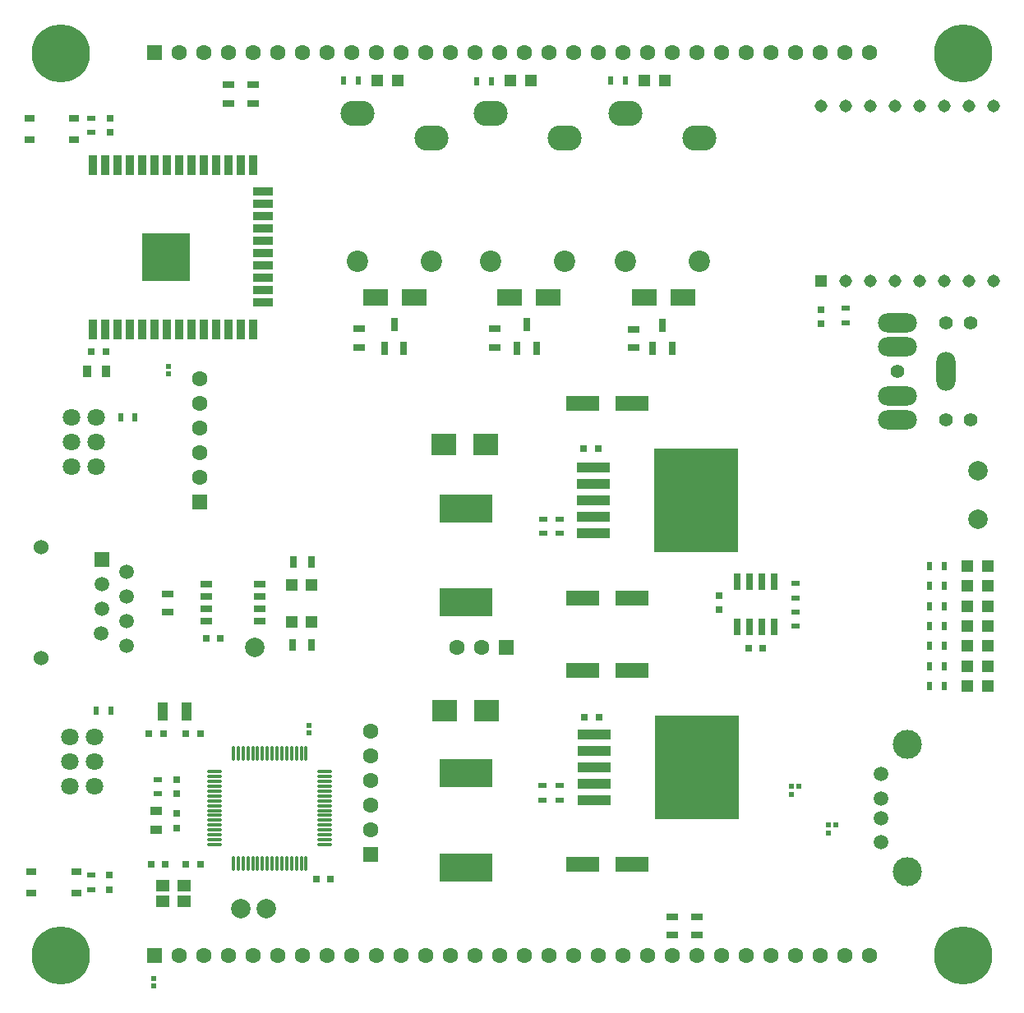
<source format=gbr>
%TF.GenerationSoftware,Altium Limited,Altium Designer,21.8.1 (53)*%
G04 Layer_Color=255*
%FSLAX45Y45*%
%MOMM*%
%TF.SameCoordinates,BA403207-4E74-424F-88DB-B819054AD5B4*%
%TF.FilePolarity,Positive*%
%TF.FileFunction,Pads,Top*%
%TF.Part,Single*%
G01*
G75*
%TA.AperFunction,SMDPad,CuDef*%
%ADD10R,3.50000X1.60000*%
%ADD11R,0.80000X0.80000*%
%ADD12R,0.72000X1.78000*%
%ADD13R,0.90000X0.60000*%
%ADD14R,0.60000X0.60000*%
G04:AMPARAMS|DCode=15|XSize=1.47mm|YSize=0.28mm|CornerRadius=0.035mm|HoleSize=0mm|Usage=FLASHONLY|Rotation=90.000|XOffset=0mm|YOffset=0mm|HoleType=Round|Shape=RoundedRectangle|*
%AMROUNDEDRECTD15*
21,1,1.47000,0.21000,0,0,90.0*
21,1,1.40000,0.28000,0,0,90.0*
1,1,0.07000,0.10500,0.70000*
1,1,0.07000,0.10500,-0.70000*
1,1,0.07000,-0.10500,-0.70000*
1,1,0.07000,-0.10500,0.70000*
%
%ADD15ROUNDEDRECTD15*%
G04:AMPARAMS|DCode=16|XSize=1.47mm|YSize=0.28mm|CornerRadius=0.035mm|HoleSize=0mm|Usage=FLASHONLY|Rotation=0.000|XOffset=0mm|YOffset=0mm|HoleType=Round|Shape=RoundedRectangle|*
%AMROUNDEDRECTD16*
21,1,1.47000,0.21000,0,0,0.0*
21,1,1.40000,0.28000,0,0,0.0*
1,1,0.07000,0.70000,-0.10500*
1,1,0.07000,-0.70000,-0.10500*
1,1,0.07000,-0.70000,0.10500*
1,1,0.07000,0.70000,0.10500*
%
%ADD16ROUNDEDRECTD16*%
%ADD17R,0.90000X2.00000*%
%ADD18R,2.00000X0.90000*%
%ADD19R,5.00000X5.00000*%
%ADD20R,1.30000X0.70000*%
%ADD21R,0.60000X0.60000*%
%ADD22R,0.80000X0.80000*%
%ADD23R,0.90000X0.50000*%
%ADD24R,2.50000X2.30000*%
%ADD25R,5.40000X2.90000*%
%ADD26R,8.60000X10.70000*%
%ADD27R,3.40000X1.00000*%
%ADD28R,0.70000X1.30000*%
%ADD29R,1.20000X1.20000*%
%ADD30R,1.20000X0.80000*%
%ADD31R,0.60000X0.90000*%
%TA.AperFunction,ConnectorPad*%
%ADD32R,0.60000X0.90000*%
%TA.AperFunction,SMDPad,CuDef*%
%ADD33R,2.50000X1.80000*%
%ADD34R,0.50000X0.90000*%
%ADD35R,0.80000X1.40000*%
%ADD36R,1.00000X0.70000*%
%ADD37R,1.40000X1.20000*%
%ADD38R,1.30000X0.90000*%
%ADD39R,1.10000X1.90000*%
%ADD40R,0.90000X1.30000*%
%TA.AperFunction,ViaPad*%
%ADD53C,6.00000*%
%TA.AperFunction,ComponentPad*%
%ADD54C,1.60000*%
%ADD55R,1.60000X1.60000*%
%ADD56C,2.00000*%
%ADD57R,1.60000X1.60000*%
%ADD58C,1.52400*%
%ADD59C,1.50000*%
%ADD60R,1.50000X1.50000*%
%ADD61O,3.50000X2.60000*%
%ADD62C,2.20000*%
%ADD63C,3.00000*%
%ADD64C,1.80000*%
%ADD65R,1.30800X1.30800*%
%ADD66C,1.30800*%
%ADD67O,2.00000X4.00000*%
%ADD68O,4.00000X2.00000*%
%ADD69C,1.40000*%
D10*
X5380189Y-5615922D02*
D03*
X5888189D02*
D03*
X5890133Y-6356502D02*
D03*
X5382133D02*
D03*
X5380189Y-3605922D02*
D03*
X5888189D02*
D03*
X5382133Y-8356502D02*
D03*
X5890133D02*
D03*
D11*
X2781716Y-8512099D02*
D03*
X2631716D02*
D03*
X7087364Y-6128094D02*
D03*
X7237364D02*
D03*
X5540189Y-4075922D02*
D03*
X5390189D02*
D03*
X5395133Y-6839002D02*
D03*
X5545133D02*
D03*
X1649211Y-6027013D02*
D03*
X1499211D02*
D03*
X1081843Y-8353884D02*
D03*
X931843D02*
D03*
X1291843D02*
D03*
X1441843D02*
D03*
X1291843Y-7013884D02*
D03*
X1441843D02*
D03*
X911843D02*
D03*
X1061843D02*
D03*
X317500Y-3075000D02*
D03*
X467500D02*
D03*
D12*
X7352901Y-5909292D02*
D03*
X7225901D02*
D03*
X7098901D02*
D03*
X6971901D02*
D03*
Y-5441292D02*
D03*
X7098901D02*
D03*
X7225901D02*
D03*
X7352901D02*
D03*
D13*
X7571939Y-5610583D02*
D03*
Y-5460583D02*
D03*
X7571536Y-5903947D02*
D03*
Y-5753947D02*
D03*
X1000000Y-7630000D02*
D03*
Y-7480000D02*
D03*
D14*
X2560886Y-7002574D02*
D03*
Y-6922574D02*
D03*
X1108000Y-3305000D02*
D03*
Y-3225000D02*
D03*
X7528516Y-7634371D02*
D03*
Y-7554371D02*
D03*
X961290Y-9529885D02*
D03*
Y-9609885D02*
D03*
X7909882Y-8032963D02*
D03*
Y-7952963D02*
D03*
D15*
X1780001Y-8344000D02*
D03*
X1830000D02*
D03*
X1880001D02*
D03*
X1930000D02*
D03*
X1980001D02*
D03*
X2030001D02*
D03*
X2080000D02*
D03*
X2130001D02*
D03*
X2180000D02*
D03*
X2230001D02*
D03*
X2280001D02*
D03*
X2330000D02*
D03*
X2380001D02*
D03*
X2430000D02*
D03*
X2480001D02*
D03*
X2530001D02*
D03*
Y-7210000D02*
D03*
X2480001D02*
D03*
X2430000D02*
D03*
X2380001D02*
D03*
X2330000D02*
D03*
X2280001D02*
D03*
X2230001D02*
D03*
X2180000D02*
D03*
X2130001D02*
D03*
X2080000D02*
D03*
X2030001D02*
D03*
X1980001D02*
D03*
X1930000D02*
D03*
X1880001D02*
D03*
X1830000D02*
D03*
X1780001D02*
D03*
D16*
X1588001Y-7402000D02*
D03*
Y-7452000D02*
D03*
Y-7502000D02*
D03*
Y-7552000D02*
D03*
Y-7602000D02*
D03*
Y-7652000D02*
D03*
Y-7702000D02*
D03*
Y-7752000D02*
D03*
Y-7802000D02*
D03*
Y-7852000D02*
D03*
Y-7902000D02*
D03*
Y-7952000D02*
D03*
Y-8002000D02*
D03*
Y-8052000D02*
D03*
Y-8102000D02*
D03*
Y-8152000D02*
D03*
X2722000D02*
D03*
Y-8102000D02*
D03*
Y-8052000D02*
D03*
Y-8002000D02*
D03*
Y-7952000D02*
D03*
Y-7902000D02*
D03*
Y-7852000D02*
D03*
Y-7802000D02*
D03*
Y-7752000D02*
D03*
Y-7702000D02*
D03*
Y-7652000D02*
D03*
Y-7602000D02*
D03*
Y-7552000D02*
D03*
Y-7502000D02*
D03*
Y-7452000D02*
D03*
Y-7402000D02*
D03*
D17*
X334000Y-1147332D02*
D03*
X461000D02*
D03*
X588000D02*
D03*
X715000D02*
D03*
X842000D02*
D03*
X969000D02*
D03*
X1096000D02*
D03*
X1223000D02*
D03*
X1350000D02*
D03*
X1477000D02*
D03*
X1604000D02*
D03*
X1731000D02*
D03*
X1858000D02*
D03*
X1985000D02*
D03*
Y-2847332D02*
D03*
X1858000D02*
D03*
X1731000D02*
D03*
X1604000D02*
D03*
X1477000D02*
D03*
X1350000D02*
D03*
X1223000D02*
D03*
X1096000D02*
D03*
X969000D02*
D03*
X842000D02*
D03*
X715000D02*
D03*
X588000D02*
D03*
X461000D02*
D03*
X334000D02*
D03*
D18*
X2085000Y-1425832D02*
D03*
Y-1552832D02*
D03*
Y-1679832D02*
D03*
Y-1806832D02*
D03*
Y-1933832D02*
D03*
Y-2060832D02*
D03*
Y-2187832D02*
D03*
Y-2314832D02*
D03*
Y-2441832D02*
D03*
Y-2568832D02*
D03*
D19*
X1084100Y-2097633D02*
D03*
D20*
X1100000Y-5758000D02*
D03*
Y-5568000D02*
D03*
X6299500Y-9085325D02*
D03*
Y-8895325D02*
D03*
X6553500Y-9085325D02*
D03*
Y-8895325D02*
D03*
X1728488Y-514094D02*
D03*
Y-324095D02*
D03*
X1984073Y-514094D02*
D03*
Y-324095D02*
D03*
X5900000Y-2840000D02*
D03*
Y-3030000D02*
D03*
X3077500Y-2837500D02*
D03*
Y-3027500D02*
D03*
X4472447Y-3027501D02*
D03*
Y-2837501D02*
D03*
D21*
X7528516Y-7554371D02*
D03*
X7608516D02*
D03*
X7989882Y-7952963D02*
D03*
X7909882D02*
D03*
D22*
X6787786Y-5583733D02*
D03*
Y-5733733D02*
D03*
X7832450Y-2637164D02*
D03*
Y-2787164D02*
D03*
X1192500Y-7980000D02*
D03*
Y-7830000D02*
D03*
Y-7630000D02*
D03*
Y-7480000D02*
D03*
X514705Y-665000D02*
D03*
Y-815000D02*
D03*
X500000Y-8620000D02*
D03*
Y-8470000D02*
D03*
D23*
X4960133Y-7546502D02*
D03*
Y-7696502D02*
D03*
X5140133D02*
D03*
Y-7546502D02*
D03*
X5140189Y-4945922D02*
D03*
Y-4795922D02*
D03*
X4970189Y-4945922D02*
D03*
Y-4795922D02*
D03*
X8087629Y-2773733D02*
D03*
Y-2623733D02*
D03*
X317500Y-815000D02*
D03*
Y-665000D02*
D03*
X320000Y-8470000D02*
D03*
Y-8620000D02*
D03*
D24*
X3950189Y-4025922D02*
D03*
X4380189D02*
D03*
X3957633Y-6774002D02*
D03*
X4387633D02*
D03*
D25*
X4180133Y-7416502D02*
D03*
Y-8386502D02*
D03*
X4180190Y-5655922D02*
D03*
Y-4685922D02*
D03*
D26*
X6550189Y-4605922D02*
D03*
X6558130Y-7356818D02*
D03*
D27*
X5490189Y-4945923D02*
D03*
Y-4775922D02*
D03*
Y-4605922D02*
D03*
Y-4435923D02*
D03*
Y-4265922D02*
D03*
X5498130Y-7016818D02*
D03*
Y-7186818D02*
D03*
Y-7356818D02*
D03*
Y-7526818D02*
D03*
Y-7696818D02*
D03*
D28*
X2583155Y-6097502D02*
D03*
X2393155D02*
D03*
X2588155Y-5237502D02*
D03*
X2398155D02*
D03*
D29*
X2588511Y-5855002D02*
D03*
X2378511D02*
D03*
X2588511Y-5473480D02*
D03*
X2378511D02*
D03*
X3475210Y-281088D02*
D03*
X3265210D02*
D03*
X4843339Y-282439D02*
D03*
X4633339D02*
D03*
X6227542Y-278741D02*
D03*
X6017542D02*
D03*
X9550000Y-6520930D02*
D03*
X9340000D02*
D03*
Y-6105443D02*
D03*
X9550000D02*
D03*
X9340000Y-5696042D02*
D03*
X9550000D02*
D03*
X9340000Y-5490000D02*
D03*
X9550000D02*
D03*
Y-5280000D02*
D03*
X9340000D02*
D03*
Y-5900000D02*
D03*
X9550000D02*
D03*
X9340000Y-6313844D02*
D03*
X9550000D02*
D03*
D30*
X2050368Y-5853636D02*
D03*
Y-5726636D02*
D03*
Y-5599636D02*
D03*
Y-5472636D02*
D03*
X1500368Y-5853636D02*
D03*
Y-5726636D02*
D03*
Y-5599636D02*
D03*
Y-5472636D02*
D03*
D31*
X2917272Y-281996D02*
D03*
X3067272D02*
D03*
X4285726Y-284134D02*
D03*
X4435726D02*
D03*
X9103680Y-5280000D02*
D03*
X8953680D02*
D03*
D32*
X5670000Y-280000D02*
D03*
X5820000D02*
D03*
D33*
X6014542Y-2512500D02*
D03*
X6414542D02*
D03*
X3642500Y-2512500D02*
D03*
X3242500D02*
D03*
X4622702Y-2512500D02*
D03*
X5022702D02*
D03*
D34*
X9103461Y-5696364D02*
D03*
X8953461D02*
D03*
X9103680Y-6106794D02*
D03*
X8953680D02*
D03*
X767500Y-3752500D02*
D03*
X617500D02*
D03*
X515000Y-6775000D02*
D03*
X365000D02*
D03*
X8953680Y-5901036D02*
D03*
X9103680D02*
D03*
Y-6520697D02*
D03*
X8953680D02*
D03*
Y-5490000D02*
D03*
X9103680D02*
D03*
X9104390Y-6313388D02*
D03*
X8954390D02*
D03*
D35*
X6100000Y-3040000D02*
D03*
X6300000D02*
D03*
X6200000Y-2800000D02*
D03*
X3436250Y-2795000D02*
D03*
X3536250Y-3035000D02*
D03*
X3336250D02*
D03*
X4801961Y-2795000D02*
D03*
X4901961Y-3035000D02*
D03*
X4701961D02*
D03*
D36*
X-300000Y-8430000D02*
D03*
D03*
Y-8655000D02*
D03*
X160000D02*
D03*
Y-8430000D02*
D03*
X137500Y-665000D02*
D03*
Y-890000D02*
D03*
X-322500D02*
D03*
Y-665000D02*
D03*
D03*
D37*
X1271843Y-8573884D02*
D03*
X1051843D02*
D03*
Y-8733884D02*
D03*
X1271843D02*
D03*
D38*
X988951Y-7997316D02*
D03*
Y-7807316D02*
D03*
D39*
X1301843Y-6783884D02*
D03*
X1051843D02*
D03*
D40*
X467500Y-3275000D02*
D03*
X277500D02*
D03*
D53*
X9300000Y-9300000D02*
D03*
Y0D02*
D03*
X0D02*
D03*
Y-9300000D02*
D03*
D54*
X4080000Y-6122000D02*
D03*
X4334000D02*
D03*
X3197580Y-8000386D02*
D03*
Y-7746386D02*
D03*
Y-7492386D02*
D03*
Y-7238386D02*
D03*
Y-6984386D02*
D03*
X2235500Y-9297500D02*
D03*
X8331500D02*
D03*
X8077500D02*
D03*
X7823500D02*
D03*
X7569500D02*
D03*
X7315500D02*
D03*
X7061500D02*
D03*
X6807500D02*
D03*
X6553500D02*
D03*
X6299500D02*
D03*
X6045500D02*
D03*
X5791500D02*
D03*
X5537500D02*
D03*
X5283500D02*
D03*
X5029500D02*
D03*
X4775500D02*
D03*
X4521500D02*
D03*
X4267500D02*
D03*
X4013500D02*
D03*
X3759500D02*
D03*
X3505500D02*
D03*
X3251500D02*
D03*
X2997500D02*
D03*
X2743500D02*
D03*
X2489500D02*
D03*
X1981500D02*
D03*
X1727500D02*
D03*
X1473500D02*
D03*
X1219500D02*
D03*
X2236500Y5000D02*
D03*
X8332500D02*
D03*
X8078500D02*
D03*
X7824500D02*
D03*
X7570500D02*
D03*
X7316500D02*
D03*
X7062500D02*
D03*
X6808500D02*
D03*
X6554500D02*
D03*
X6300500D02*
D03*
X6046500D02*
D03*
X5792500D02*
D03*
X5538500D02*
D03*
X5284500D02*
D03*
X5030500D02*
D03*
X4776500D02*
D03*
X4522500D02*
D03*
X4268500D02*
D03*
X4014500D02*
D03*
X3760500D02*
D03*
X3506500D02*
D03*
X3252500D02*
D03*
X2998500D02*
D03*
X2744500D02*
D03*
X2490500D02*
D03*
X1982500D02*
D03*
X1728500D02*
D03*
X1474500D02*
D03*
X1220500D02*
D03*
X1432772Y-4371255D02*
D03*
Y-4117255D02*
D03*
Y-3863255D02*
D03*
Y-3609255D02*
D03*
Y-3355255D02*
D03*
D55*
X4588000Y-6122000D02*
D03*
X965500Y-9297500D02*
D03*
X966500Y5000D02*
D03*
D56*
X1859160Y-8814302D02*
D03*
X2119160Y-8811802D02*
D03*
X1996660Y-6124302D02*
D03*
X9450000Y-4800000D02*
D03*
Y-4300000D02*
D03*
D57*
X3197580Y-8254386D02*
D03*
X1432772Y-4625255D02*
D03*
D58*
X-200000Y-6232000D02*
D03*
Y-5089000D02*
D03*
D59*
X684000Y-5339000D02*
D03*
Y-6101000D02*
D03*
Y-5847000D02*
D03*
Y-5593000D02*
D03*
X420000Y-5974000D02*
D03*
X430000Y-5720000D02*
D03*
Y-5466000D02*
D03*
X8452540Y-7428042D02*
D03*
Y-7678042D02*
D03*
Y-7878042D02*
D03*
Y-8128042D02*
D03*
D60*
X430000Y-5212000D02*
D03*
D61*
X6577500Y-875000D02*
D03*
X5817500Y-621000D02*
D03*
X5192500Y-875000D02*
D03*
X4432500Y-621000D02*
D03*
X3822500Y-870000D02*
D03*
X3062500Y-616000D02*
D03*
D62*
X6577500Y-2145000D02*
D03*
X5817500D02*
D03*
X5192500D02*
D03*
X4432500D02*
D03*
X3822500Y-2140000D02*
D03*
X3062500D02*
D03*
D63*
X8723540Y-7121042D02*
D03*
Y-8435042D02*
D03*
D64*
X364000Y-4260000D02*
D03*
X110000D02*
D03*
Y-4006000D02*
D03*
Y-3752000D02*
D03*
X364000D02*
D03*
Y-4006000D02*
D03*
X354000Y-7300000D02*
D03*
Y-7046000D02*
D03*
X100000D02*
D03*
Y-7300000D02*
D03*
Y-7554000D02*
D03*
X354000D02*
D03*
D65*
X7834020Y-2343474D02*
D03*
D66*
X8088020D02*
D03*
X8342020D02*
D03*
X8596020D02*
D03*
X8850020D02*
D03*
X9104020D02*
D03*
X9358020D02*
D03*
X9612020D02*
D03*
X7834020Y-540074D02*
D03*
X8088020D02*
D03*
X8342020D02*
D03*
X8596020D02*
D03*
X8850020D02*
D03*
X9104020D02*
D03*
X9358020D02*
D03*
X9612020D02*
D03*
D67*
X9123824Y-3275977D02*
D03*
D68*
X8623824Y-3775977D02*
D03*
Y-3525977D02*
D03*
Y-3025977D02*
D03*
Y-2775977D02*
D03*
D69*
Y-3275977D02*
D03*
X9123824Y-3775977D02*
D03*
Y-2775977D02*
D03*
X9373824D02*
D03*
Y-3775977D02*
D03*
%TF.MD5,3f85ca09d2bcd656e421c32d02a3e378*%
M02*

</source>
